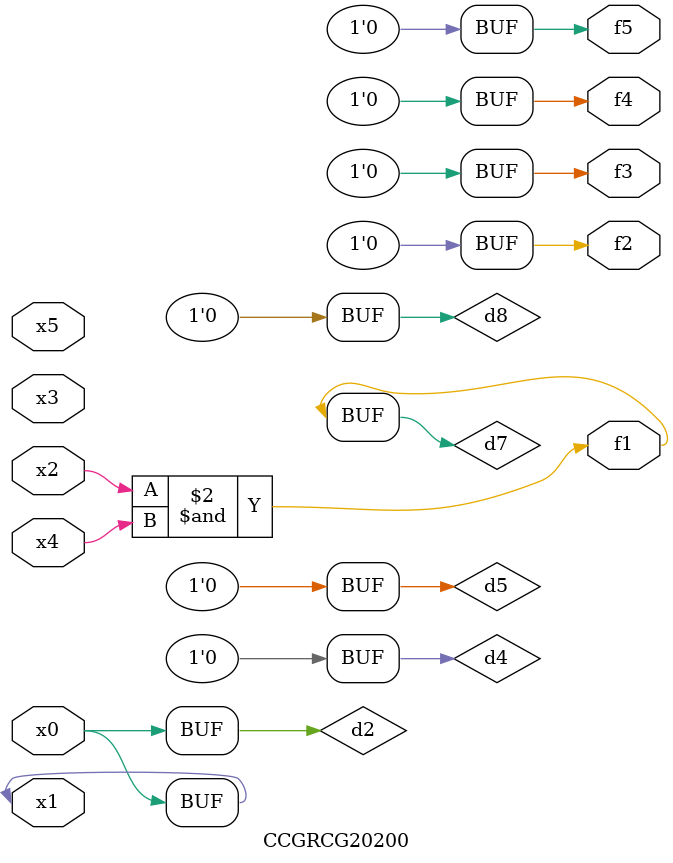
<source format=v>
module CCGRCG20200(
	input x0, x1, x2, x3, x4, x5,
	output f1, f2, f3, f4, f5
);

	wire d1, d2, d3, d4, d5, d6, d7, d8, d9;

	nand (d1, x1);
	buf (d2, x0, x1);
	nand (d3, x2, x4);
	and (d4, d1, d2);
	and (d5, d1, d2);
	nand (d6, d1, d3);
	not (d7, d3);
	xor (d8, d5);
	nor (d9, d5, d6);
	assign f1 = d7;
	assign f2 = d8;
	assign f3 = d8;
	assign f4 = d8;
	assign f5 = d8;
endmodule

</source>
